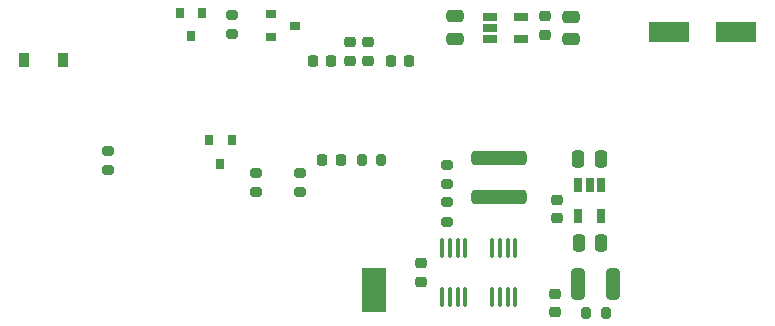
<source format=gbr>
G04 #@! TF.GenerationSoftware,KiCad,Pcbnew,(6.0.1)*
G04 #@! TF.CreationDate,2022-01-25T14:47:38+01:00*
G04 #@! TF.ProjectId,DgDrive_DVI,44674472-6976-4655-9f44-56492e6b6963,1.7*
G04 #@! TF.SameCoordinates,Original*
G04 #@! TF.FileFunction,Paste,Top*
G04 #@! TF.FilePolarity,Positive*
%FSLAX46Y46*%
G04 Gerber Fmt 4.6, Leading zero omitted, Abs format (unit mm)*
G04 Created by KiCad (PCBNEW (6.0.1)) date 2022-01-25 14:47:38*
%MOMM*%
%LPD*%
G01*
G04 APERTURE LIST*
G04 Aperture macros list*
%AMRoundRect*
0 Rectangle with rounded corners*
0 $1 Rounding radius*
0 $2 $3 $4 $5 $6 $7 $8 $9 X,Y pos of 4 corners*
0 Add a 4 corners polygon primitive as box body*
4,1,4,$2,$3,$4,$5,$6,$7,$8,$9,$2,$3,0*
0 Add four circle primitives for the rounded corners*
1,1,$1+$1,$2,$3*
1,1,$1+$1,$4,$5*
1,1,$1+$1,$6,$7*
1,1,$1+$1,$8,$9*
0 Add four rect primitives between the rounded corners*
20,1,$1+$1,$2,$3,$4,$5,0*
20,1,$1+$1,$4,$5,$6,$7,0*
20,1,$1+$1,$6,$7,$8,$9,0*
20,1,$1+$1,$8,$9,$2,$3,0*%
G04 Aperture macros list end*
%ADD10RoundRect,0.300000X-2.050000X0.300000X-2.050000X-0.300000X2.050000X-0.300000X2.050000X0.300000X0*%
%ADD11R,0.800000X0.900000*%
%ADD12R,0.900000X0.800000*%
%ADD13R,0.900000X1.200000*%
%ADD14RoundRect,0.249997X0.312503X1.075003X-0.312503X1.075003X-0.312503X-1.075003X0.312503X-1.075003X0*%
%ADD15RoundRect,0.200000X-0.275000X0.200000X-0.275000X-0.200000X0.275000X-0.200000X0.275000X0.200000X0*%
%ADD16RoundRect,0.200000X0.275000X-0.200000X0.275000X0.200000X-0.275000X0.200000X-0.275000X-0.200000X0*%
%ADD17R,2.000000X3.800000*%
%ADD18RoundRect,0.225000X-0.225000X-0.250000X0.225000X-0.250000X0.225000X0.250000X-0.225000X0.250000X0*%
%ADD19RoundRect,0.225000X0.225000X0.250000X-0.225000X0.250000X-0.225000X-0.250000X0.225000X-0.250000X0*%
%ADD20RoundRect,0.225000X0.250000X-0.225000X0.250000X0.225000X-0.250000X0.225000X-0.250000X-0.225000X0*%
%ADD21RoundRect,0.250000X-0.475000X0.250000X-0.475000X-0.250000X0.475000X-0.250000X0.475000X0.250000X0*%
%ADD22RoundRect,0.225000X-0.250000X0.225000X-0.250000X-0.225000X0.250000X-0.225000X0.250000X0.225000X0*%
%ADD23RoundRect,0.250000X-0.250000X-0.475000X0.250000X-0.475000X0.250000X0.475000X-0.250000X0.475000X0*%
%ADD24RoundRect,0.250000X0.250000X0.475000X-0.250000X0.475000X-0.250000X-0.475000X0.250000X-0.475000X0*%
%ADD25RoundRect,0.218750X0.256250X-0.218750X0.256250X0.218750X-0.256250X0.218750X-0.256250X-0.218750X0*%
%ADD26RoundRect,0.100000X0.100000X-0.712500X0.100000X0.712500X-0.100000X0.712500X-0.100000X-0.712500X0*%
%ADD27R,1.220000X0.650000*%
%ADD28R,0.650000X1.220000*%
%ADD29R,3.400000X1.800000*%
%ADD30RoundRect,0.200000X0.200000X0.275000X-0.200000X0.275000X-0.200000X-0.275000X0.200000X-0.275000X0*%
G04 APERTURE END LIST*
D10*
X135600000Y-107100000D03*
X135600000Y-103800000D03*
D11*
X112000000Y-104300000D03*
X111050000Y-102300000D03*
X112950000Y-102300000D03*
D12*
X118300000Y-92600000D03*
X116300000Y-93550000D03*
X116300000Y-91650000D03*
D11*
X109500000Y-93500000D03*
X108550000Y-91500000D03*
X110450000Y-91500000D03*
D13*
X98650000Y-95500000D03*
X95350000Y-95500000D03*
D14*
X142287500Y-114500000D03*
X145212500Y-114500000D03*
D15*
X115000000Y-106725000D03*
X115000000Y-105075000D03*
D16*
X118700000Y-105075000D03*
X118700000Y-106725000D03*
X113000000Y-91675000D03*
X113000000Y-93325000D03*
D17*
X125000000Y-115000000D03*
D16*
X102500000Y-104825000D03*
X102500000Y-103175000D03*
D18*
X127975000Y-95600000D03*
X126425000Y-95600000D03*
D19*
X121375000Y-95600000D03*
X119825000Y-95600000D03*
D20*
X129000000Y-114275000D03*
X129000000Y-112725000D03*
D21*
X131900000Y-91800000D03*
X131900000Y-93700000D03*
D22*
X139450000Y-91825000D03*
X139450000Y-93375000D03*
D21*
X141700000Y-93750000D03*
X141700000Y-91850000D03*
D23*
X142300000Y-103900000D03*
X144200000Y-103900000D03*
D20*
X140500000Y-107375000D03*
X140500000Y-108925000D03*
D24*
X142350000Y-111000000D03*
X144250000Y-111000000D03*
D25*
X124500000Y-95587500D03*
X124500000Y-94012500D03*
X123000000Y-94012500D03*
X123000000Y-95587500D03*
D16*
X131200000Y-106025000D03*
X131200000Y-104375000D03*
X131200000Y-109225000D03*
X131200000Y-107575000D03*
D26*
X130775000Y-115612500D03*
X131425000Y-115612500D03*
X132075000Y-115612500D03*
X132725000Y-115612500D03*
X132725000Y-111387500D03*
X132075000Y-111387500D03*
X131425000Y-111387500D03*
X130775000Y-111387500D03*
D27*
X134790000Y-91850000D03*
X134790000Y-92800000D03*
X134790000Y-93750000D03*
X137410000Y-93750000D03*
X137410000Y-91850000D03*
D28*
X144200000Y-108710000D03*
X142300000Y-108710000D03*
X142300000Y-106090000D03*
X143250000Y-106090000D03*
X144200000Y-106090000D03*
D26*
X135025000Y-115612500D03*
X135675000Y-115612500D03*
X136325000Y-115612500D03*
X136975000Y-115612500D03*
X136975000Y-111387500D03*
X136325000Y-111387500D03*
X135675000Y-111387500D03*
X135025000Y-111387500D03*
D29*
X149950000Y-93100000D03*
X155676600Y-93129100D03*
D22*
X140300000Y-115325000D03*
X140300000Y-116875000D03*
D19*
X122175000Y-104000000D03*
X120625000Y-104000000D03*
D30*
X144625000Y-116900000D03*
X142975000Y-116900000D03*
X125625000Y-104000000D03*
X123975000Y-104000000D03*
M02*

</source>
